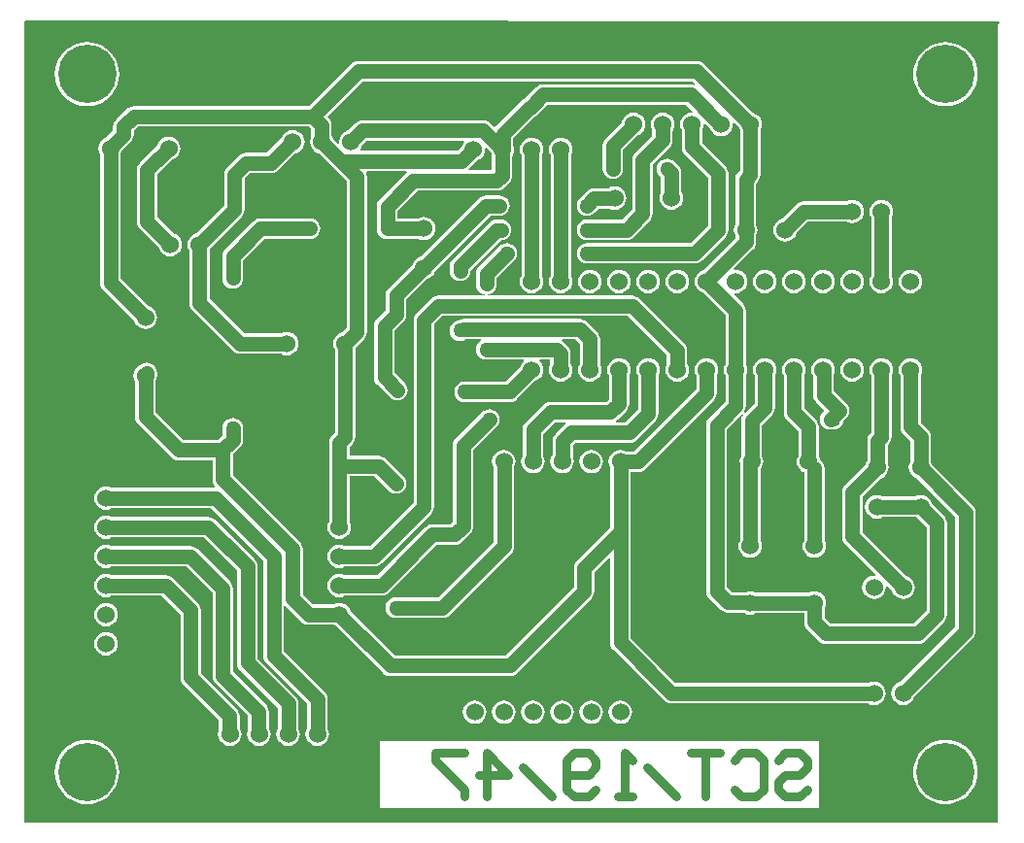
<source format=gbl>
G04*
G04 #@! TF.GenerationSoftware,Altium Limited,Altium Designer,19.0.15 (446)*
G04*
G04 Layer_Physical_Order=2*
G04 Layer_Color=16711680*
%FSLAX44Y44*%
%MOMM*%
G71*
G01*
G75*
%ADD10C,1.2700*%
%ADD11C,0.7620*%
%ADD12C,1.5240*%
%ADD13C,5.0800*%
%ADD14C,1.2700*%
G36*
X1225164Y1247142D02*
X1225649Y1245969D01*
X1224280Y1244600D01*
Y548640D01*
X375920D01*
Y1247511D01*
X376819Y1248409D01*
X1225164Y1247142D01*
D02*
G37*
%LPC*%
G36*
X1178560Y1229446D02*
X1174176Y1229101D01*
X1169899Y1228075D01*
X1165836Y1226392D01*
X1162086Y1224094D01*
X1158742Y1221238D01*
X1155886Y1217894D01*
X1153588Y1214144D01*
X1151905Y1210081D01*
X1150879Y1205804D01*
X1150534Y1201420D01*
X1150879Y1197036D01*
X1151905Y1192759D01*
X1153588Y1188696D01*
X1155886Y1184947D01*
X1158742Y1181602D01*
X1162086Y1178746D01*
X1165836Y1176448D01*
X1169899Y1174765D01*
X1174176Y1173739D01*
X1178560Y1173394D01*
X1182944Y1173739D01*
X1187221Y1174765D01*
X1191284Y1176448D01*
X1195033Y1178746D01*
X1198378Y1181602D01*
X1201234Y1184947D01*
X1203532Y1188696D01*
X1205215Y1192759D01*
X1206241Y1197036D01*
X1206586Y1201420D01*
X1206241Y1205804D01*
X1205215Y1210081D01*
X1203532Y1214144D01*
X1201234Y1217894D01*
X1198378Y1221238D01*
X1195033Y1224094D01*
X1191284Y1226392D01*
X1187221Y1228075D01*
X1182944Y1229101D01*
X1178560Y1229446D01*
D02*
G37*
G36*
X430530D02*
X426146Y1229101D01*
X421869Y1228075D01*
X417806Y1226392D01*
X414057Y1224094D01*
X410712Y1221238D01*
X407856Y1217894D01*
X405558Y1214144D01*
X403875Y1210081D01*
X402849Y1205804D01*
X402504Y1201420D01*
X402849Y1197036D01*
X403875Y1192759D01*
X405558Y1188696D01*
X407856Y1184947D01*
X410712Y1181602D01*
X414057Y1178746D01*
X417806Y1176448D01*
X421869Y1174765D01*
X426146Y1173739D01*
X430530Y1173394D01*
X434914Y1173739D01*
X439191Y1174765D01*
X443254Y1176448D01*
X447004Y1178746D01*
X450348Y1181602D01*
X453204Y1184947D01*
X455502Y1188696D01*
X457185Y1192759D01*
X458211Y1197036D01*
X458556Y1201420D01*
X458211Y1205804D01*
X457185Y1210081D01*
X455502Y1214144D01*
X453204Y1217894D01*
X450348Y1221238D01*
X447004Y1224094D01*
X443254Y1226392D01*
X439191Y1228075D01*
X434914Y1229101D01*
X430530Y1229446D01*
D02*
G37*
G36*
X962059Y1212927D02*
X666733D01*
X664412Y1212621D01*
X662249Y1211725D01*
X660392Y1210300D01*
X623648Y1173557D01*
X471170D01*
X468849Y1173251D01*
X466687Y1172355D01*
X464830Y1170930D01*
X455849Y1161950D01*
X454424Y1160093D01*
X453529Y1157931D01*
X453223Y1155610D01*
Y1152391D01*
X446802Y1145971D01*
X445726Y1145525D01*
X443604Y1143896D01*
X441975Y1141774D01*
X440951Y1139302D01*
X440602Y1136650D01*
X440951Y1133998D01*
X441883Y1131748D01*
Y1019850D01*
X442189Y1017529D01*
X443085Y1015367D01*
X444510Y1013510D01*
X471523Y986496D01*
X472455Y984246D01*
X474084Y982124D01*
X476206Y980495D01*
X478678Y979472D01*
X481330Y979122D01*
X483982Y979472D01*
X486454Y980495D01*
X488576Y982124D01*
X490205Y984246D01*
X491228Y986718D01*
X491578Y989370D01*
X491228Y992022D01*
X490205Y994494D01*
X488576Y996616D01*
X486454Y998245D01*
X484204Y999177D01*
X459817Y1023564D01*
Y1131748D01*
X460748Y1133998D01*
X460833Y1134640D01*
X468530Y1142337D01*
X469955Y1144194D01*
X470851Y1146356D01*
X471156Y1148677D01*
Y1151896D01*
X474884Y1155623D01*
X623648D01*
X625835Y1153436D01*
Y1146128D01*
X625390Y1145052D01*
X625040Y1142400D01*
X625390Y1139747D01*
X626413Y1137276D01*
X628042Y1135153D01*
X630164Y1133525D01*
X632414Y1132593D01*
X645555Y1119452D01*
X656513Y1108493D01*
Y980344D01*
X652446Y976277D01*
X650196Y975345D01*
X648074Y973716D01*
X646445Y971594D01*
X645422Y969122D01*
X645072Y966470D01*
X645422Y963818D01*
X646353Y961568D01*
Y888904D01*
X643900Y886450D01*
X642475Y884593D01*
X641579Y882431D01*
X641273Y880110D01*
Y859790D01*
Y811352D01*
X640341Y809102D01*
X639992Y806450D01*
X640341Y803798D01*
X641365Y801326D01*
X642994Y799204D01*
X645116Y797575D01*
X647588Y796552D01*
X650240Y796202D01*
X652892Y796552D01*
X655364Y797575D01*
X657486Y799204D01*
X659115Y801326D01*
X660138Y803798D01*
X660488Y806450D01*
X660138Y809102D01*
X659207Y811352D01*
Y850823D01*
X680816D01*
X693430Y838210D01*
X695287Y836785D01*
X697449Y835889D01*
X699770Y835583D01*
X702091Y835889D01*
X704253Y836785D01*
X706110Y838210D01*
X707535Y840067D01*
X708431Y842229D01*
X708737Y844550D01*
X708431Y846871D01*
X707535Y849033D01*
X706110Y850890D01*
X690870Y866130D01*
X689013Y867555D01*
X686851Y868451D01*
X684530Y868757D01*
X659207D01*
Y876396D01*
X661660Y878850D01*
X663085Y880707D01*
X663981Y882869D01*
X664287Y885190D01*
Y961568D01*
X665127Y963596D01*
X671820Y970290D01*
X673245Y972147D01*
X674141Y974309D01*
X674447Y976630D01*
Y1112208D01*
X674141Y1114528D01*
X673716Y1115556D01*
X674564Y1116826D01*
X708717D01*
X709148Y1115556D01*
X708489Y1115050D01*
X685810Y1092371D01*
X684385Y1090514D01*
X683489Y1088351D01*
X683183Y1086031D01*
Y1066800D01*
X683489Y1064479D01*
X684385Y1062317D01*
X685810Y1060460D01*
X687667Y1059035D01*
X689829Y1058139D01*
X692150Y1057833D01*
X718998D01*
X721248Y1056901D01*
X723900Y1056552D01*
X726552Y1056901D01*
X729024Y1057925D01*
X731146Y1059554D01*
X732775Y1061676D01*
X733799Y1064148D01*
X734148Y1066800D01*
X733799Y1069452D01*
X732775Y1071924D01*
X731146Y1074046D01*
X729024Y1075675D01*
X726552Y1076699D01*
X723900Y1077048D01*
X721248Y1076699D01*
X718998Y1075767D01*
X701117D01*
Y1082316D01*
X718544Y1099743D01*
X787580D01*
X789901Y1100049D01*
X792064Y1100945D01*
X793921Y1102370D01*
X798334Y1106783D01*
X799759Y1108640D01*
X800655Y1110803D01*
X800961Y1113123D01*
Y1130061D01*
X801355Y1130575D01*
X802378Y1133046D01*
X802728Y1135698D01*
X802378Y1138351D01*
X801933Y1139427D01*
Y1145614D01*
X820530Y1164211D01*
X821093Y1164445D01*
X822950Y1165870D01*
X831754Y1174673D01*
X952578D01*
X958238Y1169014D01*
X957676Y1167875D01*
X957580Y1167887D01*
X954928Y1167538D01*
X952456Y1166514D01*
X950334Y1164886D01*
X948705Y1162763D01*
X947682Y1160292D01*
X947332Y1157639D01*
X947682Y1154987D01*
X948613Y1152738D01*
Y1137920D01*
X948919Y1135599D01*
X949815Y1133437D01*
X951240Y1131580D01*
X971473Y1111346D01*
Y1069244D01*
X956406Y1054177D01*
X866140D01*
X863819Y1053871D01*
X861657Y1052975D01*
X859800Y1051550D01*
X858375Y1049693D01*
X857479Y1047531D01*
X857173Y1045210D01*
X857479Y1042889D01*
X858375Y1040727D01*
X859800Y1038870D01*
X861657Y1037445D01*
X863819Y1036549D01*
X866140Y1036243D01*
X960120D01*
X962441Y1036549D01*
X964603Y1037445D01*
X966460Y1038870D01*
X986780Y1059190D01*
X988205Y1061047D01*
X989101Y1063209D01*
X989407Y1065530D01*
Y1115060D01*
X989101Y1117381D01*
X988205Y1119543D01*
X986780Y1121400D01*
X966547Y1141634D01*
Y1152738D01*
X967478Y1154987D01*
X967828Y1157639D01*
X967815Y1157736D01*
X968954Y1158297D01*
X973660Y1153592D01*
X974105Y1152516D01*
X975734Y1150393D01*
X977856Y1148765D01*
X980328Y1147741D01*
X982980Y1147392D01*
X985632Y1147741D01*
X988104Y1148765D01*
X990226Y1150393D01*
X991855Y1152516D01*
X992878Y1154987D01*
X993228Y1157639D01*
X993125Y1158417D01*
X994328Y1159010D01*
X998573Y1154765D01*
X999413Y1152738D01*
Y1117250D01*
X998230Y1116066D01*
X996805Y1114209D01*
X995909Y1112047D01*
X995603Y1109726D01*
Y1070572D01*
X994671Y1068322D01*
X994322Y1065670D01*
X994671Y1063017D01*
X995603Y1060768D01*
Y1058612D01*
X967406Y1030414D01*
X965156Y1029482D01*
X963034Y1027854D01*
X961405Y1025731D01*
X960381Y1023260D01*
X960032Y1020608D01*
X960381Y1017955D01*
X961405Y1015484D01*
X963034Y1013361D01*
X965156Y1011733D01*
X967406Y1010801D01*
X986713Y991493D01*
Y948512D01*
X985781Y946262D01*
X985432Y943610D01*
X985781Y940958D01*
X986713Y938708D01*
Y915755D01*
X972830Y901871D01*
X971405Y900014D01*
X970509Y897851D01*
X970203Y895530D01*
Y750570D01*
X970509Y748249D01*
X971405Y746087D01*
X972830Y744230D01*
X982504Y734556D01*
X984361Y733131D01*
X986523Y732235D01*
X988844Y731929D01*
X1002743D01*
X1003256Y731535D01*
X1005728Y730511D01*
X1008380Y730162D01*
X1011032Y730511D01*
X1013282Y731443D01*
X1055293D01*
Y723900D01*
X1055599Y721579D01*
X1056495Y719417D01*
X1057920Y717560D01*
X1068080Y707400D01*
X1069937Y705975D01*
X1072099Y705079D01*
X1074420Y704773D01*
X1154430D01*
X1156751Y705079D01*
X1158913Y705975D01*
X1160770Y707400D01*
X1177280Y723910D01*
X1178705Y725767D01*
X1179601Y727929D01*
X1179907Y730250D01*
Y810260D01*
X1179601Y812581D01*
X1178705Y814743D01*
X1177280Y816600D01*
X1166777Y827104D01*
X1165845Y829354D01*
X1164216Y831476D01*
X1162094Y833105D01*
X1159622Y834128D01*
X1156970Y834478D01*
X1154318Y834128D01*
X1152068Y833197D01*
X1123772D01*
X1121522Y834128D01*
X1118870Y834478D01*
X1116218Y834128D01*
X1113746Y833105D01*
X1111624Y831476D01*
X1109995Y829354D01*
X1108971Y826882D01*
X1108622Y824230D01*
X1108971Y821578D01*
X1109995Y819106D01*
X1111624Y816984D01*
X1113746Y815355D01*
X1116218Y814332D01*
X1118870Y813982D01*
X1121522Y814332D01*
X1123772Y815263D01*
X1152068D01*
X1154096Y814423D01*
X1161973Y806546D01*
Y733964D01*
X1150716Y722707D01*
X1078134D01*
X1073227Y727614D01*
Y735508D01*
X1074158Y737758D01*
X1074508Y740410D01*
X1074158Y743062D01*
X1073135Y745534D01*
X1071506Y747656D01*
X1069384Y749285D01*
X1066912Y750309D01*
X1064260Y750658D01*
X1061608Y750309D01*
X1059358Y749377D01*
X1013282D01*
X1011032Y750309D01*
X1008380Y750658D01*
X1005728Y750309D01*
X1004651Y749863D01*
X992558D01*
X988137Y754284D01*
Y891816D01*
X1001339Y905019D01*
X1002296Y904180D01*
X1001885Y903643D01*
X1000989Y901481D01*
X1000683Y899160D01*
Y868502D01*
X999752Y866252D01*
X999402Y863600D01*
X999537Y862580D01*
X999413Y861643D01*
Y794842D01*
X998482Y792592D01*
X998132Y789940D01*
X998482Y787288D01*
X999505Y784816D01*
X1001134Y782694D01*
X1003256Y781065D01*
X1005728Y780042D01*
X1008380Y779692D01*
X1011032Y780042D01*
X1013504Y781065D01*
X1015626Y782694D01*
X1017255Y784816D01*
X1018279Y787288D01*
X1018628Y789940D01*
X1018279Y792592D01*
X1017347Y794842D01*
Y856941D01*
X1018525Y858476D01*
X1019548Y860948D01*
X1019898Y863600D01*
X1019548Y866252D01*
X1018617Y868502D01*
Y895446D01*
X1027420Y904250D01*
X1028845Y906107D01*
X1029741Y908269D01*
X1030047Y910590D01*
Y938708D01*
X1030978Y940958D01*
X1031328Y943610D01*
X1030978Y946262D01*
X1029955Y948734D01*
X1028326Y950856D01*
X1026204Y952485D01*
X1023732Y953509D01*
X1021080Y953858D01*
X1018428Y953509D01*
X1015956Y952485D01*
X1013834Y950856D01*
X1012205Y948734D01*
X1011181Y946262D01*
X1010832Y943610D01*
X1011181Y940958D01*
X1012113Y938708D01*
Y914304D01*
X1003991Y906181D01*
X1003034Y907021D01*
X1003445Y907557D01*
X1004341Y909720D01*
X1004647Y912040D01*
Y938708D01*
X1005579Y940958D01*
X1005928Y943610D01*
X1005579Y946262D01*
X1004647Y948512D01*
Y995207D01*
X1004647Y995208D01*
X1004341Y997528D01*
X1003445Y999691D01*
X1002020Y1001548D01*
X994309Y1009259D01*
X994902Y1010462D01*
X995680Y1010360D01*
X998332Y1010709D01*
X1000804Y1011733D01*
X1002926Y1013361D01*
X1004555Y1015484D01*
X1005579Y1017955D01*
X1005928Y1020608D01*
X1005579Y1023260D01*
X1004555Y1025731D01*
X1002926Y1027854D01*
X1000804Y1029482D01*
X998332Y1030506D01*
X995680Y1030855D01*
X994902Y1030753D01*
X994309Y1031956D01*
X1010910Y1048557D01*
X1012335Y1050414D01*
X1013231Y1052577D01*
X1013537Y1054898D01*
Y1060768D01*
X1014469Y1063017D01*
X1014818Y1065670D01*
X1014469Y1068322D01*
X1013537Y1070572D01*
Y1106012D01*
X1014720Y1107196D01*
X1016145Y1109053D01*
X1017041Y1111215D01*
X1017347Y1113536D01*
Y1152738D01*
X1018279Y1154987D01*
X1018628Y1157639D01*
X1018279Y1160292D01*
X1017255Y1162763D01*
X1015626Y1164886D01*
X1013504Y1166514D01*
X1011254Y1167446D01*
X968400Y1210300D01*
X966543Y1211725D01*
X964380Y1212621D01*
X962059Y1212927D01*
D02*
G37*
G36*
X906780Y1167887D02*
X904128Y1167538D01*
X901656Y1166514D01*
X899534Y1164886D01*
X897905Y1162763D01*
X896881Y1160292D01*
X896797Y1159650D01*
X882479Y1145332D01*
X881054Y1143475D01*
X880158Y1141312D01*
X879853Y1138992D01*
Y1118870D01*
X880158Y1116549D01*
X881054Y1114387D01*
X882479Y1112530D01*
X884336Y1111105D01*
X886499Y1110209D01*
X888820Y1109903D01*
X891140Y1110209D01*
X893303Y1111105D01*
X895160Y1112530D01*
X896585Y1114387D01*
X897481Y1116549D01*
X897786Y1118870D01*
Y1135278D01*
X910828Y1148319D01*
X911904Y1148765D01*
X914026Y1150393D01*
X915655Y1152516D01*
X916678Y1154987D01*
X917028Y1157639D01*
X916678Y1160292D01*
X915655Y1162763D01*
X914026Y1164886D01*
X911904Y1166514D01*
X909432Y1167538D01*
X906780Y1167887D01*
D02*
G37*
G36*
X1097280Y1091926D02*
X1094628Y1091577D01*
X1092378Y1090646D01*
X1054869D01*
X1054869Y1090646D01*
X1052548Y1090340D01*
X1050386Y1089444D01*
X1048529Y1088019D01*
X1048529Y1088019D01*
X1035986Y1075476D01*
X1033736Y1074545D01*
X1031614Y1072916D01*
X1029985Y1070794D01*
X1028961Y1068322D01*
X1028612Y1065670D01*
X1028961Y1063017D01*
X1029985Y1060546D01*
X1031614Y1058423D01*
X1033736Y1056795D01*
X1036208Y1055771D01*
X1038860Y1055422D01*
X1041512Y1055771D01*
X1043984Y1056795D01*
X1046106Y1058423D01*
X1047735Y1060546D01*
X1048667Y1062795D01*
X1058583Y1072712D01*
X1092378D01*
X1094628Y1071780D01*
X1097280Y1071431D01*
X1099932Y1071780D01*
X1102404Y1072804D01*
X1104526Y1074433D01*
X1106155Y1076555D01*
X1107178Y1079026D01*
X1107528Y1081679D01*
X1107178Y1084331D01*
X1106155Y1086803D01*
X1104526Y1088925D01*
X1102404Y1090554D01*
X1099932Y1091577D01*
X1097280Y1091926D01*
D02*
G37*
G36*
X935990Y1127837D02*
X933669Y1127531D01*
X931507Y1126635D01*
X929650Y1125210D01*
X928225Y1123353D01*
X927329Y1121191D01*
X927023Y1118870D01*
X927329Y1116549D01*
X928225Y1114387D01*
X929650Y1112530D01*
X930347Y1111832D01*
Y1097199D01*
X929902Y1096122D01*
X929552Y1093470D01*
X929902Y1090818D01*
X930925Y1088346D01*
X932554Y1086224D01*
X934676Y1084595D01*
X937148Y1083571D01*
X939800Y1083222D01*
X942452Y1083571D01*
X944924Y1084595D01*
X947046Y1086224D01*
X948675Y1088346D01*
X949698Y1090818D01*
X950048Y1093470D01*
X949698Y1096122D01*
X948675Y1098594D01*
X948281Y1099107D01*
Y1115546D01*
X947975Y1117867D01*
X947079Y1120029D01*
X945654Y1121886D01*
X942330Y1125210D01*
X940473Y1126635D01*
X938311Y1127531D01*
X935990Y1127837D01*
D02*
G37*
G36*
X890270Y1103718D02*
X887618Y1103369D01*
X885146Y1102345D01*
X884633Y1101951D01*
X872365D01*
X870044Y1101645D01*
X867882Y1100749D01*
X866025Y1099324D01*
X859800Y1093099D01*
X858375Y1091242D01*
X857479Y1089080D01*
X857173Y1086759D01*
X857479Y1084438D01*
X858375Y1082275D01*
X859800Y1080418D01*
X861657Y1078993D01*
X863819Y1078098D01*
X866140Y1077792D01*
X868461Y1078098D01*
X870623Y1078993D01*
X872480Y1080418D01*
X876079Y1084017D01*
X886541D01*
X887618Y1083571D01*
X890270Y1083222D01*
X892922Y1083571D01*
X895394Y1084595D01*
X897516Y1086224D01*
X899145Y1088346D01*
X900169Y1090818D01*
X900518Y1093470D01*
X900169Y1096122D01*
X899145Y1098594D01*
X897516Y1100716D01*
X895394Y1102345D01*
X892922Y1103369D01*
X890270Y1103718D01*
D02*
G37*
G36*
X932180Y1167887D02*
X929528Y1167538D01*
X927056Y1166514D01*
X924934Y1164886D01*
X923305Y1162763D01*
X922281Y1160292D01*
X921932Y1157639D01*
X922281Y1154987D01*
X922727Y1153911D01*
Y1147498D01*
X908060Y1132830D01*
X906635Y1130973D01*
X905739Y1128811D01*
X905433Y1126490D01*
Y1083214D01*
X896856Y1074636D01*
X866140D01*
X863819Y1074331D01*
X861657Y1073435D01*
X859800Y1072010D01*
X858375Y1070153D01*
X857479Y1067990D01*
X857173Y1065670D01*
X857479Y1063349D01*
X858375Y1061186D01*
X859800Y1059329D01*
X861657Y1057904D01*
X863819Y1057009D01*
X866140Y1056703D01*
X900570D01*
X902890Y1057009D01*
X905053Y1057904D01*
X906910Y1059329D01*
X920740Y1073160D01*
X922165Y1075017D01*
X923061Y1077179D01*
X923367Y1079500D01*
Y1122776D01*
X938034Y1137444D01*
X939459Y1139301D01*
X940355Y1141463D01*
X940661Y1143784D01*
Y1152002D01*
X941055Y1152516D01*
X942078Y1154987D01*
X942428Y1157639D01*
X942078Y1160292D01*
X941055Y1162763D01*
X939426Y1164886D01*
X937304Y1166514D01*
X934832Y1167538D01*
X932180Y1167887D01*
D02*
G37*
G36*
X501650Y1146898D02*
X498998Y1146548D01*
X496526Y1145525D01*
X494404Y1143896D01*
X492775Y1141774D01*
X491843Y1139524D01*
X476260Y1123940D01*
X474835Y1122083D01*
X473939Y1119921D01*
X473633Y1117600D01*
Y1073150D01*
X473939Y1070829D01*
X474835Y1068667D01*
X476260Y1066810D01*
X493113Y1049956D01*
X494045Y1047706D01*
X495674Y1045584D01*
X497796Y1043955D01*
X500268Y1042932D01*
X502920Y1042582D01*
X505572Y1042932D01*
X508044Y1043955D01*
X510166Y1045584D01*
X511795Y1047706D01*
X512818Y1050178D01*
X513168Y1052830D01*
X512818Y1055482D01*
X511795Y1057954D01*
X510166Y1060076D01*
X508044Y1061705D01*
X505794Y1062637D01*
X491567Y1076864D01*
Y1113886D01*
X504524Y1126843D01*
X506774Y1127775D01*
X508896Y1129404D01*
X510525Y1131526D01*
X511549Y1133998D01*
X511898Y1136650D01*
X511549Y1139302D01*
X510525Y1141774D01*
X508896Y1143896D01*
X506774Y1145525D01*
X504302Y1146548D01*
X501650Y1146898D01*
D02*
G37*
G36*
X791210Y1074636D02*
X787540D01*
X785219Y1074331D01*
X783056Y1073435D01*
X781199Y1072010D01*
X749310Y1040120D01*
X747885Y1038263D01*
X746989Y1036101D01*
X746683Y1033780D01*
Y1029970D01*
X746989Y1027649D01*
X747885Y1025487D01*
X749310Y1023630D01*
X751167Y1022205D01*
X753329Y1021309D01*
X755650Y1021003D01*
X757971Y1021309D01*
X760133Y1022205D01*
X761990Y1023630D01*
X763415Y1025487D01*
X764311Y1027649D01*
X764617Y1029970D01*
Y1030066D01*
X791261Y1056710D01*
X793531Y1057009D01*
X795693Y1057904D01*
X797550Y1059329D01*
X798975Y1061186D01*
X799871Y1063349D01*
X800177Y1065670D01*
X799871Y1067990D01*
X798975Y1070153D01*
X797550Y1072010D01*
X795693Y1073435D01*
X793531Y1074331D01*
X791210Y1074636D01*
D02*
G37*
G36*
X624840Y1075767D02*
X581660D01*
X579339Y1075461D01*
X577177Y1074565D01*
X575320Y1073140D01*
X551190Y1049010D01*
X549765Y1047153D01*
X548869Y1044991D01*
X548563Y1042670D01*
Y1023620D01*
X548869Y1021299D01*
X549765Y1019137D01*
X551190Y1017280D01*
X553047Y1015855D01*
X555209Y1014959D01*
X557530Y1014653D01*
X559851Y1014959D01*
X562013Y1015855D01*
X563870Y1017280D01*
X565295Y1019137D01*
X566191Y1021299D01*
X566497Y1023620D01*
Y1038956D01*
X585374Y1057833D01*
X624840D01*
X627161Y1058139D01*
X629323Y1059035D01*
X631180Y1060460D01*
X632605Y1062317D01*
X633501Y1064479D01*
X633807Y1066800D01*
X633501Y1069121D01*
X632605Y1071283D01*
X631180Y1073140D01*
X629323Y1074565D01*
X627161Y1075461D01*
X624840Y1075767D01*
D02*
G37*
G36*
X1148080Y1030855D02*
X1145428Y1030506D01*
X1142956Y1029482D01*
X1140834Y1027854D01*
X1139205Y1025731D01*
X1138182Y1023260D01*
X1137832Y1020608D01*
X1138182Y1017955D01*
X1139205Y1015484D01*
X1140834Y1013361D01*
X1142956Y1011733D01*
X1145428Y1010709D01*
X1148080Y1010360D01*
X1150732Y1010709D01*
X1153204Y1011733D01*
X1155326Y1013361D01*
X1156955Y1015484D01*
X1157979Y1017955D01*
X1158328Y1020608D01*
X1157979Y1023260D01*
X1156955Y1025731D01*
X1155326Y1027854D01*
X1153204Y1029482D01*
X1150732Y1030506D01*
X1148080Y1030855D01*
D02*
G37*
G36*
X1122680Y1091926D02*
X1120028Y1091577D01*
X1117556Y1090554D01*
X1115434Y1088925D01*
X1113805Y1086803D01*
X1112782Y1084331D01*
X1112432Y1081679D01*
X1112782Y1079026D01*
X1113713Y1076777D01*
Y1025509D01*
X1112782Y1023260D01*
X1112432Y1020608D01*
X1112782Y1017955D01*
X1113805Y1015484D01*
X1115434Y1013361D01*
X1117556Y1011733D01*
X1120028Y1010709D01*
X1122680Y1010360D01*
X1125332Y1010709D01*
X1127804Y1011733D01*
X1129926Y1013361D01*
X1131555Y1015484D01*
X1132579Y1017955D01*
X1132928Y1020608D01*
X1132579Y1023260D01*
X1131647Y1025509D01*
Y1076777D01*
X1132579Y1079026D01*
X1132928Y1081679D01*
X1132579Y1084331D01*
X1131555Y1086803D01*
X1129926Y1088925D01*
X1127804Y1090554D01*
X1125332Y1091577D01*
X1122680Y1091926D01*
D02*
G37*
G36*
X1097280Y1030855D02*
X1094628Y1030506D01*
X1092156Y1029482D01*
X1090034Y1027854D01*
X1088405Y1025731D01*
X1087382Y1023260D01*
X1087032Y1020608D01*
X1087382Y1017955D01*
X1088405Y1015484D01*
X1090034Y1013361D01*
X1092156Y1011733D01*
X1094628Y1010709D01*
X1097280Y1010360D01*
X1099932Y1010709D01*
X1102404Y1011733D01*
X1104526Y1013361D01*
X1106155Y1015484D01*
X1107178Y1017955D01*
X1107528Y1020608D01*
X1107178Y1023260D01*
X1106155Y1025731D01*
X1104526Y1027854D01*
X1102404Y1029482D01*
X1099932Y1030506D01*
X1097280Y1030855D01*
D02*
G37*
G36*
X1071880D02*
X1069228Y1030506D01*
X1066756Y1029482D01*
X1064634Y1027854D01*
X1063005Y1025731D01*
X1061982Y1023260D01*
X1061632Y1020608D01*
X1061982Y1017955D01*
X1063005Y1015484D01*
X1064634Y1013361D01*
X1066756Y1011733D01*
X1069228Y1010709D01*
X1071880Y1010360D01*
X1074532Y1010709D01*
X1077004Y1011733D01*
X1079126Y1013361D01*
X1080755Y1015484D01*
X1081778Y1017955D01*
X1082128Y1020608D01*
X1081778Y1023260D01*
X1080755Y1025731D01*
X1079126Y1027854D01*
X1077004Y1029482D01*
X1074532Y1030506D01*
X1071880Y1030855D01*
D02*
G37*
G36*
X1046480D02*
X1043828Y1030506D01*
X1041356Y1029482D01*
X1039234Y1027854D01*
X1037605Y1025731D01*
X1036581Y1023260D01*
X1036232Y1020608D01*
X1036581Y1017955D01*
X1037605Y1015484D01*
X1039234Y1013361D01*
X1041356Y1011733D01*
X1043828Y1010709D01*
X1046480Y1010360D01*
X1049132Y1010709D01*
X1051604Y1011733D01*
X1053726Y1013361D01*
X1055355Y1015484D01*
X1056378Y1017955D01*
X1056728Y1020608D01*
X1056378Y1023260D01*
X1055355Y1025731D01*
X1053726Y1027854D01*
X1051604Y1029482D01*
X1049132Y1030506D01*
X1046480Y1030855D01*
D02*
G37*
G36*
X1021080D02*
X1018428Y1030506D01*
X1015956Y1029482D01*
X1013834Y1027854D01*
X1012205Y1025731D01*
X1011181Y1023260D01*
X1010832Y1020608D01*
X1011181Y1017955D01*
X1012205Y1015484D01*
X1013834Y1013361D01*
X1015956Y1011733D01*
X1018428Y1010709D01*
X1021080Y1010360D01*
X1023732Y1010709D01*
X1026204Y1011733D01*
X1028326Y1013361D01*
X1029955Y1015484D01*
X1030978Y1017955D01*
X1031328Y1020608D01*
X1030978Y1023260D01*
X1029955Y1025731D01*
X1028326Y1027854D01*
X1026204Y1029482D01*
X1023732Y1030506D01*
X1021080Y1030855D01*
D02*
G37*
G36*
X944880D02*
X942228Y1030506D01*
X939756Y1029482D01*
X937634Y1027854D01*
X936005Y1025731D01*
X934982Y1023260D01*
X934632Y1020608D01*
X934982Y1017955D01*
X936005Y1015484D01*
X937634Y1013361D01*
X939756Y1011733D01*
X942228Y1010709D01*
X944880Y1010360D01*
X947532Y1010709D01*
X950004Y1011733D01*
X952126Y1013361D01*
X953755Y1015484D01*
X954779Y1017955D01*
X955128Y1020608D01*
X954779Y1023260D01*
X953755Y1025731D01*
X952126Y1027854D01*
X950004Y1029482D01*
X947532Y1030506D01*
X944880Y1030855D01*
D02*
G37*
G36*
X919480D02*
X916828Y1030506D01*
X914356Y1029482D01*
X912234Y1027854D01*
X910605Y1025731D01*
X909582Y1023260D01*
X909232Y1020608D01*
X909582Y1017955D01*
X910605Y1015484D01*
X912234Y1013361D01*
X914356Y1011733D01*
X916828Y1010709D01*
X919480Y1010360D01*
X922132Y1010709D01*
X924604Y1011733D01*
X926726Y1013361D01*
X928355Y1015484D01*
X929379Y1017955D01*
X929728Y1020608D01*
X929379Y1023260D01*
X928355Y1025731D01*
X926726Y1027854D01*
X924604Y1029482D01*
X922132Y1030506D01*
X919480Y1030855D01*
D02*
G37*
G36*
X894080D02*
X891428Y1030506D01*
X888956Y1029482D01*
X886834Y1027854D01*
X885205Y1025731D01*
X884182Y1023260D01*
X883832Y1020608D01*
X884182Y1017955D01*
X885205Y1015484D01*
X886834Y1013361D01*
X888956Y1011733D01*
X891428Y1010709D01*
X894080Y1010360D01*
X896732Y1010709D01*
X899204Y1011733D01*
X901326Y1013361D01*
X902955Y1015484D01*
X903979Y1017955D01*
X904328Y1020608D01*
X903979Y1023260D01*
X902955Y1025731D01*
X901326Y1027854D01*
X899204Y1029482D01*
X896732Y1030506D01*
X894080Y1030855D01*
D02*
G37*
G36*
X868680D02*
X866028Y1030506D01*
X863556Y1029482D01*
X861434Y1027854D01*
X859805Y1025731D01*
X858782Y1023260D01*
X858432Y1020608D01*
X858782Y1017955D01*
X859805Y1015484D01*
X861434Y1013361D01*
X863556Y1011733D01*
X866028Y1010709D01*
X868680Y1010360D01*
X871332Y1010709D01*
X873804Y1011733D01*
X875926Y1013361D01*
X877555Y1015484D01*
X878578Y1017955D01*
X878928Y1020608D01*
X878578Y1023260D01*
X877555Y1025731D01*
X875926Y1027854D01*
X873804Y1029482D01*
X871332Y1030506D01*
X868680Y1030855D01*
D02*
G37*
G36*
X843280Y1145946D02*
X840628Y1145597D01*
X838156Y1144573D01*
X836034Y1142945D01*
X834405Y1140822D01*
X833382Y1138351D01*
X833032Y1135698D01*
X833382Y1133046D01*
X834313Y1130797D01*
Y1025509D01*
X833382Y1023260D01*
X833032Y1020608D01*
X833382Y1017955D01*
X834405Y1015484D01*
X836034Y1013361D01*
X838156Y1011733D01*
X840628Y1010709D01*
X843280Y1010360D01*
X845932Y1010709D01*
X848404Y1011733D01*
X850526Y1013361D01*
X852155Y1015484D01*
X853178Y1017955D01*
X853528Y1020608D01*
X853178Y1023260D01*
X852247Y1025509D01*
Y1130797D01*
X853178Y1133046D01*
X853528Y1135698D01*
X853178Y1138351D01*
X852155Y1140822D01*
X850526Y1142945D01*
X848404Y1144573D01*
X845932Y1145597D01*
X843280Y1145946D01*
D02*
G37*
G36*
X817880D02*
X815228Y1145597D01*
X812756Y1144573D01*
X810634Y1142945D01*
X809005Y1140822D01*
X807981Y1138351D01*
X807632Y1135698D01*
X807981Y1133046D01*
X808913Y1130797D01*
Y1025509D01*
X807981Y1023260D01*
X807632Y1020608D01*
X807981Y1017955D01*
X809005Y1015484D01*
X810634Y1013361D01*
X812756Y1011733D01*
X815228Y1010709D01*
X817880Y1010360D01*
X820532Y1010709D01*
X823004Y1011733D01*
X825126Y1013361D01*
X826755Y1015484D01*
X827778Y1017955D01*
X828128Y1020608D01*
X827778Y1023260D01*
X826847Y1025509D01*
Y1130797D01*
X827778Y1133046D01*
X828128Y1135698D01*
X827778Y1138351D01*
X826755Y1140822D01*
X825126Y1142945D01*
X823004Y1144573D01*
X820532Y1145597D01*
X817880Y1145946D01*
D02*
G37*
G36*
X609888Y1152647D02*
X607236Y1152298D01*
X604764Y1151274D01*
X602642Y1149646D01*
X601013Y1147523D01*
X600568Y1146447D01*
X587040Y1132920D01*
X568963D01*
X566642Y1132614D01*
X564480Y1131718D01*
X562623Y1130294D01*
X552460Y1120130D01*
X551035Y1118273D01*
X550139Y1116111D01*
X549833Y1113790D01*
Y1087024D01*
X525446Y1062637D01*
X523196Y1061705D01*
X521074Y1060076D01*
X519445Y1057954D01*
X518422Y1055482D01*
X518072Y1052830D01*
X518422Y1050178D01*
X519353Y1047928D01*
Y1002030D01*
X519659Y999709D01*
X520555Y997547D01*
X521980Y995690D01*
X557540Y960130D01*
X559397Y958705D01*
X561559Y957809D01*
X563880Y957503D01*
X599618D01*
X601868Y956572D01*
X604520Y956222D01*
X607172Y956572D01*
X609644Y957595D01*
X611766Y959224D01*
X613395Y961346D01*
X614418Y963818D01*
X614768Y966470D01*
X614418Y969122D01*
X613395Y971594D01*
X611766Y973716D01*
X609644Y975345D01*
X607172Y976368D01*
X604520Y976718D01*
X601868Y976368D01*
X599618Y975437D01*
X567594D01*
X537287Y1005744D01*
Y1047928D01*
X538127Y1049956D01*
X565140Y1076970D01*
X566565Y1078827D01*
X567461Y1080989D01*
X567767Y1083310D01*
Y1110076D01*
X572677Y1114986D01*
X590754D01*
X593075Y1115292D01*
X595238Y1116188D01*
X597095Y1117613D01*
X611899Y1132417D01*
X612540Y1132501D01*
X615012Y1133525D01*
X617134Y1135153D01*
X618763Y1137276D01*
X619786Y1139747D01*
X620136Y1142400D01*
X619786Y1145052D01*
X618763Y1147523D01*
X617134Y1149646D01*
X615012Y1151274D01*
X612540Y1152298D01*
X609888Y1152647D01*
D02*
G37*
G36*
X1097280Y953858D02*
X1094628Y953509D01*
X1092156Y952485D01*
X1090034Y950856D01*
X1088405Y948734D01*
X1087382Y946262D01*
X1087032Y943610D01*
X1087382Y940958D01*
X1088405Y938486D01*
X1090034Y936364D01*
X1092156Y934735D01*
X1094628Y933711D01*
X1097280Y933362D01*
X1099932Y933711D01*
X1102404Y934735D01*
X1104526Y936364D01*
X1106155Y938486D01*
X1107178Y940958D01*
X1107528Y943610D01*
X1107178Y946262D01*
X1106155Y948734D01*
X1104526Y950856D01*
X1102404Y952485D01*
X1099932Y953509D01*
X1097280Y953858D01*
D02*
G37*
G36*
X796290Y1054177D02*
X793969Y1053871D01*
X791807Y1052975D01*
X789950Y1051550D01*
X789949Y1051550D01*
X772170Y1033770D01*
X770745Y1031913D01*
X769849Y1029751D01*
X769543Y1027430D01*
Y1018540D01*
X769849Y1016219D01*
X770745Y1014057D01*
X772170Y1012200D01*
X774027Y1010775D01*
X776189Y1009879D01*
X777345Y1009727D01*
X777261Y1008457D01*
X736600D01*
X734279Y1008151D01*
X732117Y1007255D01*
X730260Y1005830D01*
X717560Y993130D01*
X716135Y991273D01*
X715239Y989111D01*
X714933Y986790D01*
Y827944D01*
X677006Y790017D01*
X655142D01*
X652892Y790948D01*
X650240Y791298D01*
X647588Y790948D01*
X645116Y789925D01*
X642994Y788296D01*
X641365Y786174D01*
X640341Y783702D01*
X639992Y781050D01*
X640341Y778398D01*
X641365Y775926D01*
X642994Y773804D01*
X645116Y772175D01*
X647588Y771152D01*
X650240Y770802D01*
X652892Y771152D01*
X655142Y772083D01*
X680720D01*
X683041Y772389D01*
X685203Y773285D01*
X687060Y774710D01*
X730240Y817890D01*
X731665Y819747D01*
X732561Y821909D01*
X732867Y824230D01*
Y983076D01*
X740314Y990523D01*
X901796D01*
X935427Y956892D01*
Y947339D01*
X934982Y946262D01*
X934632Y943610D01*
X934982Y940958D01*
X936005Y938486D01*
X937634Y936364D01*
X939756Y934735D01*
X942228Y933711D01*
X944880Y933362D01*
X947532Y933711D01*
X950004Y934735D01*
X952126Y936364D01*
X953755Y938486D01*
X954779Y940958D01*
X955128Y943610D01*
X954779Y946262D01*
X953755Y948734D01*
X953361Y949247D01*
Y960606D01*
X953055Y962927D01*
X952159Y965089D01*
X950734Y966946D01*
X911850Y1005830D01*
X909993Y1007255D01*
X907831Y1008151D01*
X905510Y1008457D01*
X779759D01*
X779675Y1009727D01*
X780831Y1009879D01*
X782993Y1010775D01*
X784850Y1012200D01*
X786275Y1014057D01*
X787171Y1016219D01*
X787477Y1018540D01*
Y1023716D01*
X802630Y1038869D01*
X802630Y1038870D01*
X804055Y1040727D01*
X804951Y1042889D01*
X805257Y1045210D01*
X804951Y1047531D01*
X804055Y1049693D01*
X802630Y1051550D01*
X800773Y1052975D01*
X798611Y1053871D01*
X796290Y1054177D01*
D02*
G37*
G36*
X859790Y988137D02*
X758190D01*
X755869Y987831D01*
X753707Y986935D01*
X753090Y986462D01*
X751167Y985665D01*
X749310Y984240D01*
X747885Y982383D01*
X746989Y980221D01*
X746683Y977900D01*
X746989Y975579D01*
X747885Y973417D01*
X749310Y971560D01*
X751167Y970135D01*
X753329Y969239D01*
X755650Y968933D01*
X757971Y969239D01*
X760133Y970135D01*
X760223Y970203D01*
X773404D01*
X773737Y968933D01*
X772170Y967730D01*
X770745Y965873D01*
X769849Y963711D01*
X769543Y961390D01*
X769849Y959069D01*
X770745Y956907D01*
X772170Y955050D01*
X774027Y953625D01*
X776189Y952729D01*
X778510Y952423D01*
X810701D01*
X811109Y951221D01*
X810634Y950856D01*
X809005Y948734D01*
X808073Y946484D01*
X795116Y933527D01*
X759460D01*
X757139Y933221D01*
X754977Y932325D01*
X753120Y930900D01*
X751695Y929043D01*
X750799Y926881D01*
X750493Y924560D01*
X750799Y922239D01*
X751695Y920077D01*
X753120Y918220D01*
X754977Y916795D01*
X757139Y915899D01*
X759460Y915593D01*
X798830D01*
X801151Y915899D01*
X803313Y916795D01*
X805170Y918220D01*
X820754Y933803D01*
X823004Y934735D01*
X825126Y936364D01*
X826755Y938486D01*
X827778Y940958D01*
X828128Y943610D01*
X827778Y946262D01*
X826755Y948734D01*
X825126Y950856D01*
X824651Y951221D01*
X825060Y952423D01*
X833827D01*
Y947339D01*
X833382Y946262D01*
X833032Y943610D01*
X833382Y940958D01*
X834405Y938486D01*
X836034Y936364D01*
X838156Y934735D01*
X840628Y933711D01*
X843280Y933362D01*
X845932Y933711D01*
X848404Y934735D01*
X850526Y936364D01*
X852155Y938486D01*
X853178Y940958D01*
X853528Y943610D01*
X853178Y946262D01*
X852155Y948734D01*
X851761Y949247D01*
Y958066D01*
X851455Y960387D01*
X850559Y962549D01*
X849134Y964406D01*
X845810Y967730D01*
X844243Y968933D01*
X844576Y970203D01*
X856076D01*
X859713Y966566D01*
Y948512D01*
X858782Y946262D01*
X858432Y943610D01*
X858782Y940958D01*
X859805Y938486D01*
X861434Y936364D01*
X863556Y934735D01*
X866028Y933711D01*
X868680Y933362D01*
X871332Y933711D01*
X873804Y934735D01*
X875926Y936364D01*
X877555Y938486D01*
X878578Y940958D01*
X878928Y943610D01*
X878578Y946262D01*
X877647Y948512D01*
Y970280D01*
X877341Y972601D01*
X876445Y974763D01*
X875020Y976620D01*
X866130Y985510D01*
X864273Y986935D01*
X862111Y987831D01*
X859790Y988137D01*
D02*
G37*
G36*
X789940Y1095725D02*
X778149D01*
X775828Y1095420D01*
X773665Y1094524D01*
X771808Y1093099D01*
X721026Y1042317D01*
X718776Y1041385D01*
X716654Y1039756D01*
X715025Y1037634D01*
X714093Y1035384D01*
X693430Y1014720D01*
X692005Y1012863D01*
X691109Y1010701D01*
X690803Y1008380D01*
Y995584D01*
X683270Y988050D01*
X681845Y986193D01*
X680949Y984031D01*
X680643Y981710D01*
Y937260D01*
X680949Y934939D01*
X681845Y932777D01*
X683270Y930920D01*
X694700Y919490D01*
X696557Y918065D01*
X698719Y917169D01*
X701040Y916863D01*
X703361Y917169D01*
X705523Y918065D01*
X707380Y919490D01*
X708805Y921347D01*
X709701Y923509D01*
X710007Y925830D01*
X709701Y928151D01*
X708805Y930313D01*
X707380Y932170D01*
X698577Y940974D01*
Y977996D01*
X706110Y985530D01*
X707535Y987387D01*
X708431Y989549D01*
X708737Y991870D01*
Y1004666D01*
X726774Y1022703D01*
X729024Y1023635D01*
X731146Y1025264D01*
X732775Y1027386D01*
X733707Y1029636D01*
X781863Y1077792D01*
X789940D01*
X792261Y1078098D01*
X794423Y1078993D01*
X796280Y1080418D01*
X797705Y1082275D01*
X798601Y1084438D01*
X798907Y1086759D01*
X798601Y1089080D01*
X797705Y1091242D01*
X796280Y1093099D01*
X794423Y1094524D01*
X792261Y1095420D01*
X789940Y1095725D01*
D02*
G37*
G36*
X919480Y953858D02*
X916828Y953509D01*
X914356Y952485D01*
X912234Y950856D01*
X910605Y948734D01*
X909582Y946262D01*
X909232Y943610D01*
X909582Y940958D01*
X910513Y938708D01*
Y909224D01*
X899256Y897967D01*
X891746D01*
X891413Y899237D01*
X892981Y900440D01*
X900420Y907879D01*
X901845Y909736D01*
X902741Y911899D01*
X903047Y914220D01*
Y938708D01*
X903979Y940958D01*
X904328Y943610D01*
X903979Y946262D01*
X902955Y948734D01*
X901326Y950856D01*
X899204Y952485D01*
X896732Y953509D01*
X894080Y953858D01*
X891428Y953509D01*
X888956Y952485D01*
X886834Y950856D01*
X885205Y948734D01*
X884182Y946262D01*
X883832Y943610D01*
X884182Y940958D01*
X885113Y938708D01*
Y917934D01*
X882926Y915747D01*
X834390D01*
X832069Y915441D01*
X829907Y914545D01*
X828050Y913120D01*
X812810Y897880D01*
X811385Y896023D01*
X810489Y893861D01*
X810183Y891540D01*
Y868502D01*
X809251Y866252D01*
X808902Y863600D01*
X809251Y860948D01*
X810275Y858476D01*
X811904Y856354D01*
X814026Y854725D01*
X816498Y853701D01*
X819150Y853352D01*
X821802Y853701D01*
X824274Y854725D01*
X826396Y856354D01*
X828025Y858476D01*
X829048Y860948D01*
X829398Y863600D01*
X829048Y866252D01*
X828117Y868502D01*
Y887826D01*
X838104Y897813D01*
X847370D01*
X847703Y896543D01*
X846135Y895340D01*
X838696Y887901D01*
X837271Y886044D01*
X836375Y883881D01*
X836069Y881561D01*
Y869237D01*
X835675Y868724D01*
X834651Y866252D01*
X834302Y863600D01*
X834651Y860948D01*
X835675Y858476D01*
X837304Y856354D01*
X839426Y854725D01*
X841898Y853701D01*
X844550Y853352D01*
X847202Y853701D01*
X849674Y854725D01*
X851796Y856354D01*
X853425Y858476D01*
X854448Y860948D01*
X854798Y863600D01*
X854448Y866252D01*
X854003Y867329D01*
Y877846D01*
X856190Y880033D01*
X902970D01*
X905291Y880339D01*
X907453Y881235D01*
X909310Y882660D01*
X925820Y899170D01*
X927245Y901027D01*
X928141Y903189D01*
X928447Y905510D01*
Y938708D01*
X929379Y940958D01*
X929728Y943610D01*
X929379Y946262D01*
X928355Y948734D01*
X926726Y950856D01*
X924604Y952485D01*
X922132Y953509D01*
X919480Y953858D01*
D02*
G37*
G36*
X1071880D02*
X1069228Y953509D01*
X1066756Y952485D01*
X1064634Y950856D01*
X1063005Y948734D01*
X1061982Y946262D01*
X1061632Y943610D01*
X1061982Y940958D01*
X1063005Y938486D01*
X1063399Y937973D01*
Y921534D01*
X1063705Y919213D01*
X1064601Y917051D01*
X1066026Y915194D01*
X1073169Y908050D01*
X1071890Y906770D01*
X1070465Y904913D01*
X1069569Y902751D01*
X1069263Y900430D01*
X1069569Y898109D01*
X1070465Y895947D01*
X1071890Y894090D01*
X1073747Y892665D01*
X1075909Y891769D01*
X1078230Y891463D01*
X1079500Y891630D01*
X1080770Y891463D01*
X1083091Y891769D01*
X1085253Y892665D01*
X1087110Y894090D01*
X1088535Y895947D01*
X1089431Y898109D01*
X1089559Y899078D01*
X1092190Y901710D01*
X1093615Y903567D01*
X1094511Y905729D01*
X1094817Y908050D01*
X1094511Y910371D01*
X1093615Y912533D01*
X1092190Y914390D01*
X1081333Y925248D01*
Y939881D01*
X1081778Y940958D01*
X1082128Y943610D01*
X1081778Y946262D01*
X1080755Y948734D01*
X1079126Y950856D01*
X1077004Y952485D01*
X1074532Y953509D01*
X1071880Y953858D01*
D02*
G37*
G36*
X970280D02*
X967628Y953509D01*
X965156Y952485D01*
X963034Y950856D01*
X961405Y948734D01*
X960381Y946262D01*
X960032Y943610D01*
X960381Y940958D01*
X961313Y938708D01*
Y927004D01*
X906876Y872567D01*
X900252D01*
X898002Y873499D01*
X895350Y873848D01*
X892698Y873499D01*
X890226Y872475D01*
X888104Y870846D01*
X886475Y868724D01*
X885452Y866252D01*
X885102Y863600D01*
X885452Y860948D01*
X886383Y858698D01*
Y806354D01*
X857260Y777230D01*
X855835Y775373D01*
X854939Y773211D01*
X854633Y770890D01*
Y754284D01*
X795116Y694767D01*
X698404D01*
X660047Y733124D01*
X659115Y735374D01*
X657486Y737496D01*
X655364Y739125D01*
X652892Y740148D01*
X650240Y740498D01*
X647588Y740148D01*
X645338Y739217D01*
X627284D01*
X618567Y747934D01*
Y787400D01*
X618567Y787400D01*
X618261Y789721D01*
X617365Y791883D01*
X615940Y793740D01*
X557607Y852074D01*
Y870046D01*
X563870Y876310D01*
X565295Y878167D01*
X566191Y880329D01*
X566497Y882650D01*
Y892810D01*
X566191Y895131D01*
X565295Y897293D01*
X563870Y899150D01*
X562013Y900575D01*
X559851Y901471D01*
X557530Y901777D01*
X555209Y901471D01*
X553047Y900575D01*
X551190Y899150D01*
X549765Y897293D01*
X548869Y895131D01*
X548563Y892810D01*
Y886364D01*
X544926Y882727D01*
X514254D01*
X490297Y906684D01*
Y933668D01*
X491228Y935918D01*
X491578Y938570D01*
X491408Y939862D01*
X491567Y941070D01*
X491261Y943391D01*
X490365Y945553D01*
X488940Y947410D01*
X487083Y948835D01*
X484921Y949731D01*
X482600Y950037D01*
X480279Y949731D01*
X478117Y948835D01*
X476420Y947533D01*
X476206Y947445D01*
X474084Y945816D01*
X472455Y943694D01*
X471432Y941222D01*
X471082Y938570D01*
X471432Y935918D01*
X472363Y933668D01*
Y902970D01*
X472669Y900649D01*
X473565Y898487D01*
X474990Y896630D01*
X504200Y867420D01*
X506057Y865995D01*
X508219Y865099D01*
X510540Y864793D01*
X510540Y864793D01*
X539673D01*
Y848360D01*
X539979Y846039D01*
X540875Y843877D01*
X542248Y842087D01*
X542205Y841827D01*
X541706Y840817D01*
X451942D01*
X449692Y841749D01*
X447040Y842098D01*
X444388Y841749D01*
X441916Y840725D01*
X439794Y839096D01*
X438165Y836974D01*
X437141Y834502D01*
X436792Y831850D01*
X437141Y829198D01*
X438165Y826726D01*
X439794Y824604D01*
X441916Y822975D01*
X444388Y821952D01*
X447040Y821602D01*
X449692Y821952D01*
X451942Y822883D01*
X538576D01*
X584123Y777336D01*
Y694690D01*
X584429Y692369D01*
X585325Y690207D01*
X586750Y688350D01*
X622223Y652876D01*
Y631012D01*
X621292Y628762D01*
X620942Y626110D01*
X621292Y623458D01*
X622315Y620986D01*
X623944Y618864D01*
X626066Y617235D01*
X628538Y616212D01*
X631190Y615862D01*
X633842Y616212D01*
X636314Y617235D01*
X638436Y618864D01*
X640065Y620986D01*
X641088Y623458D01*
X641438Y626110D01*
X641088Y628762D01*
X640157Y631012D01*
Y656590D01*
X639851Y658911D01*
X638955Y661073D01*
X637530Y662930D01*
X602057Y698404D01*
Y737361D01*
X603057Y737792D01*
X603327Y737812D01*
X617230Y723910D01*
X619087Y722485D01*
X621249Y721589D01*
X623570Y721283D01*
X645338D01*
X647366Y720443D01*
X688350Y679460D01*
X690207Y678035D01*
X692369Y677139D01*
X694690Y676833D01*
X798830D01*
X801151Y677139D01*
X803313Y678035D01*
X805170Y679460D01*
X869940Y744230D01*
X871365Y746087D01*
X872261Y748249D01*
X872567Y750570D01*
X872567Y750570D01*
Y767176D01*
X885210Y779819D01*
X886383Y779333D01*
Y706120D01*
X886689Y703799D01*
X887585Y701637D01*
X889010Y699780D01*
X933460Y655330D01*
X935317Y653905D01*
X937479Y653009D01*
X939800Y652703D01*
X1111428D01*
X1113678Y651771D01*
X1116330Y651422D01*
X1118982Y651771D01*
X1121454Y652795D01*
X1123576Y654424D01*
X1125205Y656546D01*
X1126228Y659018D01*
X1126578Y661670D01*
X1126228Y664322D01*
X1125205Y666794D01*
X1123576Y668916D01*
X1121454Y670545D01*
X1118982Y671569D01*
X1116330Y671918D01*
X1113678Y671569D01*
X1111428Y670637D01*
X943514D01*
X904317Y709834D01*
Y802640D01*
Y854633D01*
X910590D01*
X912911Y854939D01*
X915073Y855835D01*
X916930Y857260D01*
X976620Y916950D01*
X978045Y918807D01*
X978941Y920969D01*
X979247Y923290D01*
Y938708D01*
X980179Y940958D01*
X980528Y943610D01*
X980179Y946262D01*
X979155Y948734D01*
X977526Y950856D01*
X975404Y952485D01*
X972932Y953509D01*
X970280Y953858D01*
D02*
G37*
G36*
X869950Y873848D02*
X867298Y873499D01*
X864826Y872475D01*
X862704Y870846D01*
X861075Y868724D01*
X860051Y866252D01*
X859702Y863600D01*
X860051Y860948D01*
X861075Y858476D01*
X862704Y856354D01*
X864826Y854725D01*
X867298Y853701D01*
X869950Y853352D01*
X872602Y853701D01*
X875074Y854725D01*
X877196Y856354D01*
X878825Y858476D01*
X879848Y860948D01*
X880198Y863600D01*
X879848Y866252D01*
X878825Y868724D01*
X877196Y870846D01*
X875074Y872475D01*
X872602Y873499D01*
X869950Y873848D01*
D02*
G37*
G36*
X1046480Y953858D02*
X1043828Y953509D01*
X1041356Y952485D01*
X1039234Y950856D01*
X1037605Y948734D01*
X1036581Y946262D01*
X1036232Y943610D01*
X1036581Y940958D01*
X1037513Y938708D01*
Y906780D01*
X1037819Y904459D01*
X1038715Y902297D01*
X1040140Y900440D01*
X1050213Y890366D01*
Y868502D01*
X1049281Y866252D01*
X1048932Y863600D01*
X1049281Y860948D01*
X1050305Y858476D01*
X1051934Y856354D01*
X1054056Y854725D01*
X1055293Y854213D01*
Y794842D01*
X1054361Y792592D01*
X1054012Y789940D01*
X1054361Y787288D01*
X1055385Y784816D01*
X1057014Y782694D01*
X1059136Y781065D01*
X1061608Y780042D01*
X1064260Y779692D01*
X1066912Y780042D01*
X1069384Y781065D01*
X1071506Y782694D01*
X1073135Y784816D01*
X1074158Y787288D01*
X1074508Y789940D01*
X1074158Y792592D01*
X1073227Y794842D01*
Y857833D01*
X1072921Y860153D01*
X1072025Y862316D01*
X1070600Y864173D01*
X1069212Y865238D01*
X1069079Y866252D01*
X1068147Y868502D01*
Y894080D01*
X1067841Y896401D01*
X1066945Y898563D01*
X1065520Y900420D01*
X1055447Y910494D01*
Y938708D01*
X1056378Y940958D01*
X1056728Y943610D01*
X1056378Y946262D01*
X1055355Y948734D01*
X1053726Y950856D01*
X1051604Y952485D01*
X1049132Y953509D01*
X1046480Y953858D01*
D02*
G37*
G36*
X781050Y909397D02*
X778729Y909091D01*
X776567Y908195D01*
X774710Y906770D01*
X751850Y883910D01*
X750425Y882053D01*
X749529Y879891D01*
X749223Y877570D01*
Y811254D01*
X747036Y809067D01*
X731520D01*
X729199Y808761D01*
X727037Y807865D01*
X725180Y806440D01*
X683356Y764617D01*
X655142D01*
X652892Y765548D01*
X650240Y765898D01*
X647588Y765548D01*
X645116Y764525D01*
X642994Y762896D01*
X641365Y760774D01*
X640341Y758302D01*
X639992Y755650D01*
X640341Y752998D01*
X641365Y750526D01*
X642994Y748404D01*
X645116Y746775D01*
X647588Y745751D01*
X650240Y745402D01*
X652892Y745751D01*
X655142Y746683D01*
X687070D01*
X689391Y746989D01*
X691553Y747885D01*
X693410Y749310D01*
X735234Y791133D01*
X750751D01*
X753071Y791439D01*
X755234Y792335D01*
X757091Y793760D01*
X764530Y801199D01*
X765955Y803056D01*
X766851Y805219D01*
X767157Y807540D01*
Y873856D01*
X787390Y894090D01*
X788815Y895947D01*
X789711Y898109D01*
X790017Y900430D01*
X789711Y902751D01*
X788815Y904913D01*
X787390Y906770D01*
X785533Y908195D01*
X783371Y909091D01*
X781050Y909397D01*
D02*
G37*
G36*
X1122680Y953858D02*
X1120028Y953509D01*
X1117556Y952485D01*
X1115434Y950856D01*
X1113805Y948734D01*
X1112782Y946262D01*
X1112432Y943610D01*
X1112782Y940958D01*
X1113713Y938708D01*
Y888904D01*
X1113016Y888206D01*
X1111591Y886349D01*
X1110695Y884187D01*
X1110389Y881866D01*
Y864157D01*
X1109995Y863644D01*
X1109063Y861394D01*
X1090940Y843270D01*
X1089515Y841413D01*
X1088619Y839251D01*
X1088313Y836930D01*
Y798469D01*
X1088619Y796148D01*
X1089515Y793986D01*
X1090940Y792128D01*
X1117701Y765367D01*
X1117108Y764164D01*
X1116330Y764267D01*
X1113678Y763917D01*
X1111206Y762894D01*
X1109084Y761265D01*
X1107455Y759143D01*
X1106432Y756671D01*
X1106082Y754019D01*
X1106432Y751367D01*
X1107455Y748895D01*
X1109084Y746773D01*
X1111206Y745144D01*
X1113678Y744120D01*
X1116330Y743771D01*
X1118982Y744120D01*
X1121454Y745144D01*
X1123576Y746773D01*
X1125205Y748895D01*
X1126228Y751367D01*
X1126578Y754019D01*
X1126475Y754797D01*
X1127678Y755390D01*
X1131923Y751144D01*
X1132855Y748895D01*
X1134484Y746773D01*
X1136606Y745144D01*
X1139078Y744120D01*
X1141730Y743771D01*
X1144382Y744120D01*
X1146854Y745144D01*
X1148976Y746773D01*
X1150605Y748895D01*
X1151628Y751367D01*
X1151978Y754019D01*
X1151628Y756671D01*
X1150605Y759143D01*
X1148976Y761265D01*
X1146854Y762894D01*
X1144604Y763825D01*
X1106247Y802183D01*
Y833216D01*
X1121744Y848713D01*
X1123994Y849645D01*
X1126116Y851274D01*
X1127745Y853396D01*
X1128768Y855868D01*
X1129118Y858520D01*
X1128768Y861172D01*
X1128323Y862249D01*
Y878152D01*
X1129020Y878850D01*
X1130445Y880707D01*
X1131341Y882869D01*
X1131647Y885190D01*
Y938708D01*
X1132579Y940958D01*
X1132928Y943610D01*
X1132579Y946262D01*
X1131555Y948734D01*
X1129926Y950856D01*
X1127804Y952485D01*
X1125332Y953509D01*
X1122680Y953858D01*
D02*
G37*
G36*
X793750Y873848D02*
X791098Y873499D01*
X788626Y872475D01*
X786504Y870846D01*
X784875Y868724D01*
X783851Y866252D01*
X783502Y863600D01*
X783851Y860948D01*
X784783Y858698D01*
Y793654D01*
X736515Y745386D01*
X699770D01*
X697449Y745081D01*
X695287Y744185D01*
X693430Y742760D01*
X692005Y740903D01*
X691109Y738740D01*
X690803Y736420D01*
X691109Y734099D01*
X692005Y731936D01*
X693430Y730079D01*
X695287Y728654D01*
X697449Y727758D01*
X699770Y727453D01*
X740229D01*
X742550Y727758D01*
X744713Y728654D01*
X746570Y730079D01*
X800090Y783600D01*
X801515Y785457D01*
X802411Y787619D01*
X802717Y789940D01*
Y858698D01*
X803649Y860948D01*
X803998Y863600D01*
X803649Y866252D01*
X802625Y868724D01*
X800996Y870846D01*
X798874Y872475D01*
X796402Y873499D01*
X793750Y873848D01*
D02*
G37*
G36*
X447040Y740498D02*
X444388Y740148D01*
X441916Y739125D01*
X439794Y737496D01*
X438165Y735374D01*
X437141Y732902D01*
X436792Y730250D01*
X437141Y727598D01*
X438165Y725126D01*
X439794Y723004D01*
X441916Y721375D01*
X444388Y720351D01*
X447040Y720002D01*
X449692Y720351D01*
X452164Y721375D01*
X454286Y723004D01*
X455915Y725126D01*
X456939Y727598D01*
X457288Y730250D01*
X456939Y732902D01*
X455915Y735374D01*
X454286Y737496D01*
X452164Y739125D01*
X449692Y740148D01*
X447040Y740498D01*
D02*
G37*
G36*
Y715098D02*
X444388Y714749D01*
X441916Y713725D01*
X439794Y712096D01*
X438165Y709974D01*
X437141Y707502D01*
X436792Y704850D01*
X437141Y702198D01*
X438165Y699726D01*
X439794Y697604D01*
X441916Y695975D01*
X444388Y694951D01*
X447040Y694602D01*
X449692Y694951D01*
X452164Y695975D01*
X454286Y697604D01*
X455915Y699726D01*
X456939Y702198D01*
X457288Y704850D01*
X456939Y707502D01*
X455915Y709974D01*
X454286Y712096D01*
X452164Y713725D01*
X449692Y714749D01*
X447040Y715098D01*
D02*
G37*
G36*
X1148080Y953858D02*
X1145428Y953509D01*
X1142956Y952485D01*
X1140834Y950856D01*
X1139205Y948734D01*
X1138182Y946262D01*
X1137832Y943610D01*
X1138182Y940958D01*
X1139113Y938708D01*
Y894080D01*
X1139419Y891759D01*
X1140315Y889597D01*
X1141740Y887740D01*
X1148003Y881476D01*
Y863422D01*
X1147072Y861172D01*
X1146722Y858520D01*
X1147072Y855868D01*
X1148095Y853396D01*
X1149724Y851274D01*
X1151846Y849645D01*
X1154096Y848713D01*
X1187119Y815690D01*
Y719740D01*
X1138856Y671477D01*
X1136606Y670545D01*
X1134484Y668916D01*
X1132855Y666794D01*
X1131832Y664322D01*
X1131482Y661670D01*
X1131832Y659018D01*
X1132855Y656546D01*
X1134484Y654424D01*
X1136606Y652795D01*
X1139078Y651771D01*
X1141730Y651422D01*
X1144382Y651771D01*
X1146854Y652795D01*
X1148976Y654424D01*
X1150605Y656546D01*
X1151537Y658796D01*
X1202426Y709686D01*
X1203851Y711543D01*
X1204747Y713705D01*
X1205053Y716026D01*
Y819404D01*
X1204747Y821725D01*
X1203851Y823887D01*
X1202426Y825744D01*
X1166777Y861394D01*
X1165937Y863422D01*
Y885190D01*
X1165631Y887511D01*
X1164735Y889673D01*
X1163310Y891530D01*
X1157047Y897794D01*
Y938708D01*
X1157979Y940958D01*
X1158328Y943610D01*
X1157979Y946262D01*
X1156955Y948734D01*
X1155326Y950856D01*
X1153204Y952485D01*
X1150732Y953509D01*
X1148080Y953858D01*
D02*
G37*
G36*
X895350Y655408D02*
X892698Y655059D01*
X890226Y654035D01*
X888104Y652406D01*
X886475Y650284D01*
X885452Y647812D01*
X885102Y645160D01*
X885452Y642508D01*
X886475Y640036D01*
X888104Y637914D01*
X890226Y636285D01*
X892698Y635261D01*
X895350Y634912D01*
X898002Y635261D01*
X900474Y636285D01*
X902596Y637914D01*
X904225Y640036D01*
X905248Y642508D01*
X905598Y645160D01*
X905248Y647812D01*
X904225Y650284D01*
X902596Y652406D01*
X900474Y654035D01*
X898002Y655059D01*
X895350Y655408D01*
D02*
G37*
G36*
X869950D02*
X867298Y655059D01*
X864826Y654035D01*
X862704Y652406D01*
X861075Y650284D01*
X860051Y647812D01*
X859702Y645160D01*
X860051Y642508D01*
X861075Y640036D01*
X862704Y637914D01*
X864826Y636285D01*
X867298Y635261D01*
X869950Y634912D01*
X872602Y635261D01*
X875074Y636285D01*
X877196Y637914D01*
X878825Y640036D01*
X879848Y642508D01*
X880198Y645160D01*
X879848Y647812D01*
X878825Y650284D01*
X877196Y652406D01*
X875074Y654035D01*
X872602Y655059D01*
X869950Y655408D01*
D02*
G37*
G36*
X844550D02*
X841898Y655059D01*
X839426Y654035D01*
X837304Y652406D01*
X835675Y650284D01*
X834651Y647812D01*
X834302Y645160D01*
X834651Y642508D01*
X835675Y640036D01*
X837304Y637914D01*
X839426Y636285D01*
X841898Y635261D01*
X844550Y634912D01*
X847202Y635261D01*
X849674Y636285D01*
X851796Y637914D01*
X853425Y640036D01*
X854448Y642508D01*
X854798Y645160D01*
X854448Y647812D01*
X853425Y650284D01*
X851796Y652406D01*
X849674Y654035D01*
X847202Y655059D01*
X844550Y655408D01*
D02*
G37*
G36*
X819150D02*
X816498Y655059D01*
X814026Y654035D01*
X811904Y652406D01*
X810275Y650284D01*
X809251Y647812D01*
X808902Y645160D01*
X809251Y642508D01*
X810275Y640036D01*
X811904Y637914D01*
X814026Y636285D01*
X816498Y635261D01*
X819150Y634912D01*
X821802Y635261D01*
X824274Y636285D01*
X826396Y637914D01*
X828025Y640036D01*
X829048Y642508D01*
X829398Y645160D01*
X829048Y647812D01*
X828025Y650284D01*
X826396Y652406D01*
X824274Y654035D01*
X821802Y655059D01*
X819150Y655408D01*
D02*
G37*
G36*
X793750D02*
X791098Y655059D01*
X788626Y654035D01*
X786504Y652406D01*
X784875Y650284D01*
X783851Y647812D01*
X783502Y645160D01*
X783851Y642508D01*
X784875Y640036D01*
X786504Y637914D01*
X788626Y636285D01*
X791098Y635261D01*
X793750Y634912D01*
X796402Y635261D01*
X798874Y636285D01*
X800996Y637914D01*
X802625Y640036D01*
X803649Y642508D01*
X803998Y645160D01*
X803649Y647812D01*
X802625Y650284D01*
X800996Y652406D01*
X798874Y654035D01*
X796402Y655059D01*
X793750Y655408D01*
D02*
G37*
G36*
X768350D02*
X765698Y655059D01*
X763226Y654035D01*
X761104Y652406D01*
X759475Y650284D01*
X758452Y647812D01*
X758102Y645160D01*
X758452Y642508D01*
X759475Y640036D01*
X761104Y637914D01*
X763226Y636285D01*
X765698Y635261D01*
X768350Y634912D01*
X771002Y635261D01*
X773474Y636285D01*
X775596Y637914D01*
X777225Y640036D01*
X778249Y642508D01*
X778598Y645160D01*
X778249Y647812D01*
X777225Y650284D01*
X775596Y652406D01*
X773474Y654035D01*
X771002Y655059D01*
X768350Y655408D01*
D02*
G37*
G36*
X447040Y816698D02*
X444388Y816348D01*
X441916Y815325D01*
X439794Y813696D01*
X438165Y811574D01*
X437141Y809102D01*
X436792Y806450D01*
X437141Y803798D01*
X438165Y801326D01*
X439794Y799204D01*
X441916Y797575D01*
X444388Y796552D01*
X447040Y796202D01*
X449692Y796552D01*
X451942Y797483D01*
X532226D01*
X561263Y768446D01*
Y688340D01*
X561569Y686019D01*
X562465Y683857D01*
X563890Y682000D01*
X596823Y649066D01*
Y631012D01*
X595891Y628762D01*
X595542Y626110D01*
X595891Y623458D01*
X596915Y620986D01*
X598544Y618864D01*
X600666Y617235D01*
X603138Y616212D01*
X605790Y615862D01*
X608442Y616212D01*
X610914Y617235D01*
X613036Y618864D01*
X614665Y620986D01*
X615689Y623458D01*
X616038Y626110D01*
X615689Y628762D01*
X614757Y631012D01*
Y652780D01*
X614451Y655101D01*
X613555Y657263D01*
X612130Y659120D01*
X579197Y692054D01*
Y772160D01*
X578891Y774481D01*
X577995Y776643D01*
X576570Y778500D01*
X542280Y812790D01*
X540423Y814215D01*
X538261Y815111D01*
X535940Y815417D01*
X451942D01*
X449692Y816348D01*
X447040Y816698D01*
D02*
G37*
G36*
Y791298D02*
X444388Y790948D01*
X441916Y789925D01*
X439794Y788296D01*
X438165Y786174D01*
X437141Y783702D01*
X436792Y781050D01*
X437141Y778398D01*
X438165Y775926D01*
X439794Y773804D01*
X441916Y772175D01*
X444388Y771152D01*
X447040Y770802D01*
X449692Y771152D01*
X451942Y772083D01*
X516986D01*
X539673Y749396D01*
Y676910D01*
X539979Y674589D01*
X540875Y672427D01*
X542300Y670570D01*
X570937Y641932D01*
Y629839D01*
X570491Y628762D01*
X570142Y626110D01*
X570491Y623458D01*
X571515Y620986D01*
X573144Y618864D01*
X575266Y617235D01*
X577738Y616212D01*
X580390Y615862D01*
X583042Y616212D01*
X585514Y617235D01*
X587636Y618864D01*
X589265Y620986D01*
X590289Y623458D01*
X590638Y626110D01*
X590289Y628762D01*
X589265Y631234D01*
X588871Y631747D01*
Y645646D01*
X588565Y647967D01*
X587669Y650129D01*
X586244Y651986D01*
X557607Y680624D01*
Y753110D01*
X557301Y755431D01*
X556405Y757593D01*
X554980Y759450D01*
X527040Y787390D01*
X525183Y788815D01*
X523021Y789711D01*
X520700Y790017D01*
X451942D01*
X449692Y790948D01*
X447040Y791298D01*
D02*
G37*
G36*
Y765898D02*
X444388Y765548D01*
X441916Y764525D01*
X439794Y762896D01*
X438165Y760774D01*
X437141Y758302D01*
X436792Y755650D01*
X437141Y752998D01*
X438165Y750526D01*
X439794Y748404D01*
X441916Y746775D01*
X444388Y745751D01*
X447040Y745402D01*
X449692Y745751D01*
X451942Y746683D01*
X495576D01*
X511733Y730526D01*
Y675640D01*
X512039Y673319D01*
X512935Y671157D01*
X514360Y669300D01*
X545537Y638122D01*
Y629839D01*
X545092Y628762D01*
X544742Y626110D01*
X545092Y623458D01*
X546115Y620986D01*
X547744Y618864D01*
X549866Y617235D01*
X552338Y616212D01*
X554990Y615862D01*
X557642Y616212D01*
X560114Y617235D01*
X562236Y618864D01*
X563865Y620986D01*
X564888Y623458D01*
X565238Y626110D01*
X564888Y628762D01*
X563865Y631234D01*
X563471Y631747D01*
Y641836D01*
X563165Y644157D01*
X562269Y646319D01*
X560844Y648176D01*
X529667Y679354D01*
Y734240D01*
X529361Y736561D01*
X528465Y738724D01*
X527040Y740581D01*
X505631Y761990D01*
X503774Y763415D01*
X501611Y764311D01*
X499291Y764617D01*
X451942D01*
X449692Y765548D01*
X447040Y765898D01*
D02*
G37*
G36*
X1178560Y621116D02*
X1174176Y620771D01*
X1169899Y619745D01*
X1165836Y618062D01*
X1162086Y615764D01*
X1158742Y612908D01*
X1155886Y609563D01*
X1153588Y605814D01*
X1151905Y601751D01*
X1150879Y597474D01*
X1150534Y593090D01*
X1150879Y588706D01*
X1151905Y584429D01*
X1153588Y580366D01*
X1155886Y576617D01*
X1158742Y573272D01*
X1162086Y570416D01*
X1165836Y568118D01*
X1169899Y566435D01*
X1174176Y565409D01*
X1178560Y565064D01*
X1182944Y565409D01*
X1187221Y566435D01*
X1191284Y568118D01*
X1195033Y570416D01*
X1198378Y573272D01*
X1201234Y576617D01*
X1203532Y580366D01*
X1205215Y584429D01*
X1206241Y588706D01*
X1206586Y593090D01*
X1206241Y597474D01*
X1205215Y601751D01*
X1203532Y605814D01*
X1201234Y609563D01*
X1198378Y612908D01*
X1195033Y615764D01*
X1191284Y618062D01*
X1187221Y619745D01*
X1182944Y620771D01*
X1178560Y621116D01*
D02*
G37*
G36*
X430530D02*
X426146Y620771D01*
X421869Y619745D01*
X417806Y618062D01*
X414057Y615764D01*
X410712Y612908D01*
X407856Y609563D01*
X405558Y605814D01*
X403875Y601751D01*
X402849Y597474D01*
X402504Y593090D01*
X402849Y588706D01*
X403875Y584429D01*
X405558Y580366D01*
X407856Y576617D01*
X410712Y573272D01*
X414057Y570416D01*
X417806Y568118D01*
X421869Y566435D01*
X426146Y565409D01*
X430530Y565064D01*
X434914Y565409D01*
X439191Y566435D01*
X443254Y568118D01*
X447004Y570416D01*
X450348Y573272D01*
X453204Y576617D01*
X455502Y580366D01*
X457185Y584429D01*
X458211Y588706D01*
X458556Y593090D01*
X458211Y597474D01*
X457185Y601751D01*
X455502Y605814D01*
X453204Y609563D01*
X450348Y612908D01*
X447004Y615764D01*
X443254Y618062D01*
X439191Y619745D01*
X434914Y620771D01*
X430530Y621116D01*
D02*
G37*
G36*
X1068070Y619748D02*
X685917D01*
Y561340D01*
X1068070D01*
Y619748D01*
D02*
G37*
%LPD*%
G36*
X960405Y1192933D02*
X959686Y1191857D01*
X958613Y1192301D01*
X956292Y1192607D01*
X828040D01*
X825719Y1192301D01*
X823557Y1191405D01*
X821700Y1189980D01*
X811928Y1180209D01*
X811365Y1179975D01*
X809508Y1178550D01*
X786806Y1155849D01*
X786043Y1155585D01*
X785322Y1155538D01*
X782121Y1158738D01*
X780264Y1160163D01*
X778101Y1161059D01*
X775780Y1161365D01*
X670686D01*
X668366Y1161059D01*
X666203Y1160163D01*
X664346Y1158738D01*
X657814Y1152206D01*
X655564Y1151274D01*
X653442Y1149646D01*
X651813Y1147523D01*
X650789Y1145052D01*
X650440Y1142400D01*
X650543Y1141622D01*
X649340Y1141029D01*
X645095Y1145274D01*
X644163Y1147523D01*
X643769Y1148037D01*
Y1157150D01*
X643463Y1159471D01*
X642567Y1161634D01*
X641143Y1163491D01*
X640043Y1164590D01*
X670447Y1194993D01*
X958345D01*
X960405Y1192933D01*
D02*
G37*
G36*
X759233Y1142161D02*
X758205Y1140822D01*
X757273Y1138573D01*
X753460Y1134759D01*
X669233D01*
X668606Y1136029D01*
X669563Y1137276D01*
X670495Y1139525D01*
X674401Y1143431D01*
X758606D01*
X759233Y1142161D01*
D02*
G37*
G36*
X782673Y1132824D02*
X783027Y1131970D01*
Y1117677D01*
X763287D01*
X762856Y1118947D01*
X763514Y1119452D01*
X769954Y1125892D01*
X772204Y1126824D01*
X774326Y1128452D01*
X775955Y1130575D01*
X776979Y1133046D01*
X777328Y1135698D01*
X777225Y1136476D01*
X778428Y1137069D01*
X782673Y1132824D01*
D02*
G37*
D10*
X935990Y1118870D02*
X939314Y1115546D01*
Y1093956D02*
Y1115546D01*
Y1093956D02*
X939800Y1093470D01*
X888820Y1118870D02*
Y1138992D01*
X906780Y1156952D01*
Y1157639D01*
X931694Y1143784D02*
Y1157154D01*
X914400Y1126490D02*
X931694Y1143784D01*
X914400Y1079500D02*
Y1126490D01*
X980440Y1065530D02*
Y1115060D01*
X957580Y1137920D02*
X980440Y1115060D01*
X957580Y1137920D02*
Y1157639D01*
X960120Y1045210D02*
X980440Y1065530D01*
X866140Y1045210D02*
X960120D01*
X740229Y736420D02*
X793750Y789940D01*
Y863600D01*
X699770Y736420D02*
X740229D01*
X650240Y859790D02*
Y880110D01*
Y806450D02*
Y859790D01*
X684530D01*
X699770Y844550D01*
X798830Y685800D02*
X863600Y750570D01*
X694690Y685800D02*
X798830D01*
X650240Y730250D02*
X694690Y685800D01*
X863600Y750570D02*
Y770890D01*
X548640Y873760D02*
X557530Y882650D01*
Y892810D01*
X481330Y902970D02*
X510540Y873760D01*
X481330Y902970D02*
Y938570D01*
X548640Y848360D02*
Y873760D01*
Y848360D02*
X609600Y787400D01*
Y744220D02*
Y787400D01*
Y744220D02*
X623570Y730250D01*
X650240D01*
X778510Y1027430D02*
X796290Y1045210D01*
X778510Y1018540D02*
Y1027430D01*
X842794Y944096D02*
Y958066D01*
X839470Y961390D02*
X842794Y958066D01*
X778510Y961390D02*
X839470D01*
X842794Y944096D02*
X843280Y943610D01*
X931694Y1157154D02*
X932180Y1157639D01*
X900570Y1065670D02*
X914400Y1079500D01*
X866140Y1065670D02*
X900570D01*
X866140Y1086759D02*
X872365Y1092984D01*
X889784D01*
X890270Y1093470D01*
X787540Y1065670D02*
X791210D01*
X755650Y1033780D02*
X787540Y1065670D01*
X755650Y1029970D02*
Y1033780D01*
X868680Y943610D02*
Y970280D01*
X859790Y979170D02*
X868680Y970280D01*
X758190Y979170D02*
X859790D01*
X699770Y1008380D02*
X778149Y1086759D01*
X789940D01*
X787580Y1108710D02*
X791994Y1113123D01*
X714829Y1108710D02*
X787580D01*
X692150Y1086031D02*
X714829Y1108710D01*
X791994Y1113123D02*
Y1135212D01*
X736600Y999490D02*
X905510D01*
X723900Y986790D02*
X736600Y999490D01*
X723900Y824230D02*
Y986790D01*
X905510Y999490D02*
X944394Y960606D01*
X843280Y1020608D02*
Y1135698D01*
X817880Y1020608D02*
Y1135698D01*
X791994Y1135212D02*
X792480Y1135698D01*
X692150Y1066800D02*
Y1086031D01*
Y1066800D02*
X723900D01*
X557530Y1042670D02*
X581660Y1066800D01*
X624840D01*
X557530Y1023620D02*
Y1042670D01*
X510540Y873760D02*
X548640D01*
X481330Y939800D02*
X482600Y941070D01*
X481330Y938570D02*
Y939800D01*
X651895Y1125792D02*
X665480Y1112208D01*
Y976630D02*
Y1112208D01*
X655320Y966470D02*
X665480Y976630D01*
X655320Y885190D02*
Y966470D01*
X650240Y880110D02*
X655320Y885190D01*
X699770Y991870D02*
Y1008380D01*
X689610Y981710D02*
X699770Y991870D01*
X689610Y937260D02*
Y981710D01*
Y937260D02*
X701040Y925830D01*
X759460Y924560D02*
X798830D01*
X817880Y943610D01*
X995680D02*
Y995208D01*
X970280Y1020608D02*
X995680Y995208D01*
X1004570Y1109726D02*
X1008380Y1113536D01*
Y1157639D01*
X1004570Y1065670D02*
Y1109726D01*
Y1054898D02*
Y1065670D01*
X970280Y1020608D02*
X1004570Y1054898D01*
X650240Y755650D02*
X687070D01*
X731520Y800100D01*
X750751D01*
X758190Y807540D02*
Y877570D01*
X750751Y800100D02*
X758190Y807540D01*
Y877570D02*
X781050Y900430D01*
X1072366Y921534D02*
Y943124D01*
X1078230Y900430D02*
X1085850Y908050D01*
X1072366Y921534D02*
X1085850Y908050D01*
X1071880Y943610D02*
X1072567D01*
X1059180Y863600D02*
Y894080D01*
X1046480Y906780D02*
X1059180Y894080D01*
X1046480Y906780D02*
Y943610D01*
X886640Y906780D02*
X894080Y914220D01*
Y943610D01*
X834390Y906780D02*
X886640D01*
X819150Y891540D02*
X834390Y906780D01*
X819150Y863600D02*
Y891540D01*
X902970Y889000D02*
X919480Y905510D01*
Y943610D01*
X852476Y889000D02*
X902970D01*
X845036Y881561D02*
X852476Y889000D01*
X845036Y864086D02*
Y881561D01*
X844550Y863600D02*
X845036Y864086D01*
X944394Y944096D02*
Y960606D01*
Y944096D02*
X944880Y943610D01*
X680720Y781050D02*
X723900Y824230D01*
X650240Y781050D02*
X680720D01*
X895350Y706120D02*
Y802640D01*
Y863600D01*
X863600Y770890D02*
X895350Y802640D01*
X1071394Y944096D02*
X1071880Y943610D01*
X828040Y1183640D02*
X956292D01*
X816610Y1172210D02*
X828040Y1183640D01*
X815848Y1172210D02*
X816610D01*
X956292Y1183640D02*
X982293Y1157639D01*
X962059Y1203960D02*
X1008380Y1157639D01*
X666733Y1203960D02*
X962059D01*
X627363Y1164590D02*
X666733Y1203960D01*
X982293Y1157639D02*
X982980D01*
X792966Y1149328D02*
X815848Y1172210D01*
X792966Y1136184D02*
Y1149328D01*
X792480Y1135698D02*
X792966Y1136184D01*
X970280Y923290D02*
Y943610D01*
X910590Y863600D02*
X970280Y923290D01*
X895350Y863600D02*
X910590D01*
X979170Y895530D02*
X995680Y912040D01*
Y943610D01*
X979170Y750570D02*
Y895530D01*
Y750570D02*
X988844Y740896D01*
X1007894D01*
X1008380Y740410D01*
X1097280Y836930D02*
X1118870Y858520D01*
X1097280Y798469D02*
Y836930D01*
Y798469D02*
X1141730Y754019D01*
X1156970Y824230D02*
X1170940Y810260D01*
Y730250D02*
Y810260D01*
X1154430Y713740D02*
X1170940Y730250D01*
X1074420Y713740D02*
X1154430D01*
X1064260Y723900D02*
X1074420Y713740D01*
X1064260Y723900D02*
Y740410D01*
X558800Y1113790D02*
X568963Y1123953D01*
X590754D01*
X609201Y1142400D01*
X609888D01*
X558800Y1083310D02*
Y1113790D01*
X528320Y1052830D02*
X558800Y1083310D01*
X528320Y1002030D02*
Y1052830D01*
Y1002030D02*
X563880Y966470D01*
X604520D01*
X482600Y1117600D02*
X501650Y1136650D01*
X482600Y1073150D02*
Y1117600D01*
Y1073150D02*
X502920Y1052830D01*
X501650Y1135963D02*
Y1136650D01*
X609402Y1141914D02*
X609888Y1142400D01*
X895350Y706120D02*
X939800Y661670D01*
X462190Y1155610D02*
X471170Y1164590D01*
X462190Y1148677D02*
Y1155610D01*
X450850Y1137337D02*
X462190Y1148677D01*
X450850Y1136650D02*
Y1137337D01*
X471170Y1164590D02*
X627363D01*
X634802Y1157150D01*
Y1142886D02*
Y1157150D01*
Y1142886D02*
X635288Y1142400D01*
X450850Y1019850D02*
X481330Y989370D01*
X450850Y1019850D02*
Y1136650D01*
X447040Y831850D02*
X542290D01*
X593090Y781050D01*
Y694690D02*
Y781050D01*
Y694690D02*
X631190Y656590D01*
Y626110D02*
Y656590D01*
X1122680Y1020608D02*
Y1081679D01*
X1009650Y899160D02*
X1021080Y910590D01*
Y943610D01*
X1009650Y863600D02*
Y899160D01*
Y862913D02*
Y863600D01*
X1008380Y861643D02*
X1009650Y862913D01*
X1008380Y789940D02*
Y861643D01*
X1064260Y789940D02*
Y857833D01*
X1119356Y881866D02*
X1122680Y885190D01*
Y943610D01*
X1119356Y859006D02*
Y881866D01*
X1118870Y858520D02*
X1119356Y859006D01*
X1148080Y894080D02*
X1156970Y885190D01*
X1148080Y894080D02*
Y943610D01*
X1156970Y858520D02*
Y885190D01*
X499291Y755650D02*
X520700Y734240D01*
X447040Y755650D02*
X499291D01*
X520700Y675640D02*
Y734240D01*
Y675640D02*
X554504Y641836D01*
Y626596D02*
Y641836D01*
Y626596D02*
X554990Y626110D01*
X520700Y781050D02*
X548640Y753110D01*
X447040Y781050D02*
X520700D01*
X548640Y676910D02*
Y753110D01*
Y676910D02*
X579904Y645646D01*
Y626596D02*
Y645646D01*
Y626596D02*
X580390Y626110D01*
X447040Y806450D02*
X535940D01*
X570230Y772160D01*
Y688340D02*
Y772160D01*
Y688340D02*
X605790Y652780D01*
Y626110D02*
Y652780D01*
X939800Y661670D02*
X1116330D01*
X1156970Y858520D02*
X1196086Y819404D01*
Y716026D02*
Y819404D01*
X1141730Y661670D02*
X1196086Y716026D01*
X635288Y1142400D02*
X651895Y1125792D01*
X757174D01*
X767080Y1135698D01*
X1008380Y740410D02*
X1064260D01*
X1118870Y824230D02*
X1156970D01*
X775780Y1152398D02*
X792480Y1135698D01*
X670686Y1152398D02*
X775780D01*
X660688Y1142400D02*
X670686Y1152398D01*
X1038860Y1065670D02*
X1054869Y1081679D01*
X1097280D01*
D11*
X1032518Y603240D02*
X1038866Y609588D01*
X1051562D01*
X1057910Y603240D01*
Y596892D01*
X1051562Y590544D01*
X1038866D01*
X1032518Y584196D01*
Y577848D01*
X1038866Y571500D01*
X1051562D01*
X1057910Y577848D01*
X994430Y603240D02*
X1000779Y609588D01*
X1013474D01*
X1019822Y603240D01*
Y577848D01*
X1013474Y571500D01*
X1000779D01*
X994430Y577848D01*
X981735Y609588D02*
X956343D01*
X969039D01*
Y571500D01*
X943647D02*
X918255Y596892D01*
X905559Y571500D02*
X892863D01*
X899211D01*
Y609588D01*
X905559Y603240D01*
X873820Y577848D02*
X867472Y571500D01*
X854776D01*
X848428Y577848D01*
Y603240D01*
X854776Y609588D01*
X867472D01*
X873820Y603240D01*
Y596892D01*
X867472Y590544D01*
X848428D01*
X835732Y571500D02*
X810340Y596892D01*
X778600Y571500D02*
Y609588D01*
X797644Y590544D01*
X772252D01*
X759557Y609588D02*
X734165D01*
Y603240D01*
X759557Y577848D01*
Y571500D01*
D12*
X1008380Y1157639D02*
D03*
X982980D02*
D03*
X957580D02*
D03*
X932180D02*
D03*
X906780D02*
D03*
X501650Y1136650D02*
D03*
X450850D02*
D03*
X447040Y831850D02*
D03*
Y806450D02*
D03*
Y781050D02*
D03*
Y755650D02*
D03*
Y730250D02*
D03*
Y704850D02*
D03*
X650240Y806450D02*
D03*
Y781050D02*
D03*
Y755650D02*
D03*
Y730250D02*
D03*
X1116330Y754019D02*
D03*
X1141730D02*
D03*
X1059180Y863600D02*
D03*
X1009650D02*
D03*
X660688Y1142400D02*
D03*
X635288D02*
D03*
X609888D02*
D03*
X528320Y1052830D02*
D03*
X502920D02*
D03*
X631190Y626110D02*
D03*
X605790D02*
D03*
X580390D02*
D03*
X554990D02*
D03*
X481330Y989370D02*
D03*
Y938570D02*
D03*
X655320Y966470D02*
D03*
X604520D02*
D03*
X895350Y645160D02*
D03*
X869950D02*
D03*
X844550D02*
D03*
X819150D02*
D03*
X793750D02*
D03*
X768350D02*
D03*
X793750Y863600D02*
D03*
X819150D02*
D03*
X844550D02*
D03*
X869950D02*
D03*
X895350D02*
D03*
X843280Y1135698D02*
D03*
X817880D02*
D03*
X792480D02*
D03*
X767080D02*
D03*
X723900Y1032510D02*
D03*
Y1066800D02*
D03*
X817880Y1020608D02*
D03*
X843280D02*
D03*
X868680D02*
D03*
X894080D02*
D03*
X919480D02*
D03*
X944880D02*
D03*
X970280D02*
D03*
X995680D02*
D03*
X1021080D02*
D03*
X1046480D02*
D03*
X1071880D02*
D03*
X1097280D02*
D03*
X1122680D02*
D03*
X1148080D02*
D03*
Y943610D02*
D03*
X1122680D02*
D03*
X1097280D02*
D03*
X1071880D02*
D03*
X1046480D02*
D03*
X1021080D02*
D03*
X995680D02*
D03*
X970280D02*
D03*
X944880D02*
D03*
X919480D02*
D03*
X894080D02*
D03*
X868680D02*
D03*
X843280D02*
D03*
X817880D02*
D03*
X1008380Y740410D02*
D03*
Y789940D02*
D03*
X1097280Y1081679D02*
D03*
X1122680D02*
D03*
X1064260Y740410D02*
D03*
Y789940D02*
D03*
X1004570Y1065670D02*
D03*
X1038860D02*
D03*
X1118870Y824230D02*
D03*
Y858520D02*
D03*
X1156970D02*
D03*
Y824230D02*
D03*
X1116330Y661670D02*
D03*
X1141730D02*
D03*
X939800Y1093470D02*
D03*
X890270D02*
D03*
D13*
X430530Y1201420D02*
D03*
Y593090D02*
D03*
X1178560D02*
D03*
Y1201420D02*
D03*
D14*
X935990Y1118870D02*
D03*
X888820D02*
D03*
X699770Y736420D02*
D03*
Y844550D02*
D03*
X778510Y961390D02*
D03*
Y1018540D02*
D03*
X796290Y1045210D02*
D03*
X866140D02*
D03*
X755650Y1029970D02*
D03*
Y977900D02*
D03*
X791210Y1065670D02*
D03*
X866140D02*
D03*
X789940Y1086759D02*
D03*
X866140D02*
D03*
X624840Y1066800D02*
D03*
X692150D02*
D03*
X557530Y892810D02*
D03*
Y1023620D02*
D03*
X701040Y925830D02*
D03*
X759460Y924560D02*
D03*
X1080770Y900430D02*
D03*
X781050D02*
D03*
M02*

</source>
